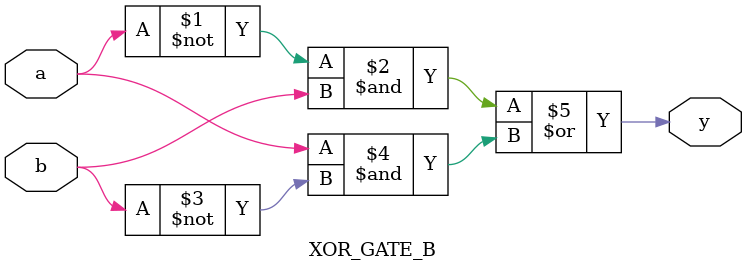
<source format=v>
module XOR_GATE_B(y,a,b);
// Behavioral

    input a,b;
    output y;
    
    assign y = (~a & b) | (a & ~b);
endmodule    

</source>
